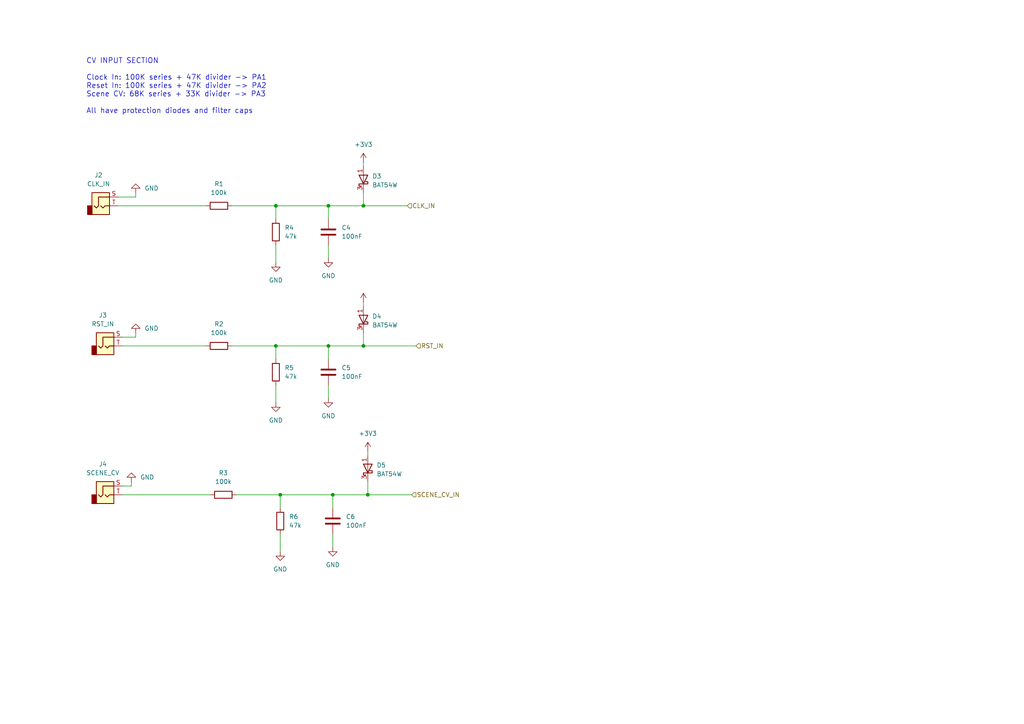
<source format=kicad_sch>
(kicad_sch (version 20250114) (generator "eeschema") (generator_version "9.0")
  (paper "A4")
  (title_block (title "SENGBARD - CV Inputs") (date "2025-01-26") (rev "0.1") (comment 1 "Clock, Reset, Scene CV Inputs") (comment 2 "Input protection and conditioning"))
  (lib_symbols
    (symbol "+3V3_1" (power) (pin_numbers (hide yes)) (pin_names (offset 0) (hide yes))
      (property "Value" "+3V3" (at 0 3.556 0))
      (symbol "+3V3_1_0_1"
        (polyline (pts (xy -0.762 1.27) (xy 0 2.54)))
        (polyline (pts (xy 0 2.54) (xy 0.762 1.27)))
        (polyline (pts (xy 0 0) (xy 0 2.54)))
      )
      (symbol "+3V3_1_1_1"
        (pin power_in line (at 0 0 90) (length 0) (name "~") (number "1"))
      )
    )
    (symbol "C_1" (pin_numbers (hide yes)) (pin_names (offset 0.254))
      (property "Reference" "C" (at 0.635 2.54 0))
      (property "Value" "C" (at 0.635 -2.54 0))
      (symbol "C_1_0_1"
        (polyline (pts (xy -2.032 0.762) (xy 2.032 0.762)) (stroke (width 0.508)))
        (polyline (pts (xy -2.032 -0.762) (xy 2.032 -0.762)) (stroke (width 0.508)))
      )
      (symbol "C_1_1_1"
        (pin passive line (at 0 3.81 270) (length 2.794) (name "~") (number "1"))
        (pin passive line (at 0 -3.81 90) (length 2.794) (name "~") (number "2"))
      )
    )
    (symbol "Connector_Audio:AudioJack2"
      (property "Reference" "J" (at 0 8.89 0))
      (property "Value" "AudioJack2" (at 0 6.35 0))
      (symbol "AudioJack2_0_1"
        (rectangle (start -3.81 0) (end -2.54 -2.54) (stroke (width 0.254)) (fill (type outline)))
        (rectangle (start -2.54 3.81) (end 2.54 -2.54) (stroke (width 0.254)) (fill (type background)))
        (polyline (pts (xy 0 0) (xy 0.635 -0.635) (xy 1.27 0) (xy 2.54 0)) (stroke (width 0.254)))
        (polyline (pts (xy 2.54 2.54) (xy -0.635 2.54) (xy -0.635 0) (xy -1.27 -0.635) (xy -1.905 0)) (stroke (width 0.254)))
      )
      (symbol "AudioJack2_1_1"
        (pin passive line (at 5.08 2.54 180) (length 2.54) (name "~") (number "S"))
        (pin passive line (at 5.08 0 180) (length 2.54) (name "~") (number "T"))
      )
    )
    (symbol "Diode:BAT54W" (pin_names (offset 1.016) (hide yes))
      (property "Reference" "D" (at 0 2.54 0))
      (property "Value" "BAT54W" (at 0 -2.54 0))
      (symbol "BAT54W_0_1"
        (polyline (pts (xy -1.905 0.635) (xy -1.905 1.27) (xy -1.27 1.27) (xy -1.27 -1.27) (xy -0.635 -1.27) (xy -0.635 -0.635)) (stroke (width 0.254)))
        (polyline (pts (xy 1.27 1.27) (xy 1.27 -1.27) (xy -1.27 0) (xy 1.27 1.27)) (stroke (width 0.254)))
        (polyline (pts (xy 1.27 0) (xy -1.27 0)))
      )
      (symbol "BAT54W_1_1"
        (pin passive line (at -3.81 0 0) (length 2.54) (name "K") (number "3"))
        (pin no_connect line (at 0 0 90) (length 2.54) (hide yes) (name "NC") (number "2"))
        (pin passive line (at 3.81 0 180) (length 2.54) (name "A") (number "1"))
      )
    )
    (symbol "GND_1" (power) (pin_numbers (hide yes)) (pin_names (offset 0) (hide yes))
      (property "Value" "GND" (at 0 -3.81 0))
      (symbol "GND_1_0_1"
        (polyline (pts (xy 0 0) (xy 0 -1.27) (xy 1.27 -1.27) (xy 0 -2.54) (xy -1.27 -1.27) (xy 0 -1.27)))
      )
      (symbol "GND_1_1_1"
        (pin power_in line (at 0 0 270) (length 0) (name "~") (number "1"))
      )
    )
    (symbol "GND_2" (power) (pin_numbers (hide yes)) (pin_names (offset 0) (hide yes))
      (property "Value" "GND" (at 0 -3.81 0))
      (symbol "GND_2_0_1"
        (polyline (pts (xy 0 0) (xy 0 -1.27) (xy 1.27 -1.27) (xy 0 -2.54) (xy -1.27 -1.27) (xy 0 -1.27)))
      )
      (symbol "GND_2_1_1"
        (pin power_in line (at 0 0 270) (length 0) (name "~") (number "1"))
      )
    )
    (symbol "GND_3" (power) (pin_numbers (hide yes)) (pin_names (offset 0) (hide yes))
      (property "Value" "GND" (at 0 -3.81 0))
      (symbol "GND_3_0_1"
        (polyline (pts (xy 0 0) (xy 0 -1.27) (xy 1.27 -1.27) (xy 0 -2.54) (xy -1.27 -1.27) (xy 0 -1.27)))
      )
      (symbol "GND_3_1_1"
        (pin power_in line (at 0 0 270) (length 0) (name "~") (number "1"))
      )
    )
    (symbol "R_1" (pin_numbers (hide yes)) (pin_names (offset 0))
      (property "Reference" "R" (at 2.032 0 90))
      (property "Value" "R" (at 0 0 90))
      (symbol "R_1_0_1"
        (rectangle (start -1.016 -2.54) (end 1.016 2.54) (stroke (width 0.254)))
      )
      (symbol "R_1_1_1"
        (pin passive line (at 0 3.81 270) (length 1.27) (name "~") (number "1"))
        (pin passive line (at 0 -3.81 90) (length 1.27) (name "~") (number "2"))
      )
    )
    (symbol "R_2" (pin_numbers (hide yes)) (pin_names (offset 0))
      (property "Reference" "R" (at 2.032 0 90))
      (property "Value" "R" (at 0 0 90))
      (symbol "R_2_0_1"
        (rectangle (start -1.016 -2.54) (end 1.016 2.54) (stroke (width 0.254)))
      )
      (symbol "R_2_1_1"
        (pin passive line (at 0 3.81 270) (length 1.27) (name "~") (number "1"))
        (pin passive line (at 0 -3.81 90) (length 1.27) (name "~") (number "2"))
      )
    )
  )
  (text "CV INPUT SECTION\n\nClock In: 100K series + 47K divider -> PA1\nReset In: 100K series + 47K divider -> PA2\nScene CV: 68K series + 33K divider -> PA3\n\nAll have protection diodes and filter caps" (at 25 25 0) (effects (font (size 1.5 1.5)) (justify left)))
  (junction (at 95.25 100.33))
  (junction (at 105.41 59.69))
  (junction (at 80.01 100.33))
  (junction (at 96.52 143.51))
  (junction (at 81.28 143.51))
  (junction (at 95.25 59.69))
  (junction (at 80.01 59.69))
  (junction (at 106.68 143.51))
  (junction (at 105.41 100.33))
  (wire (pts (xy 106.68 130.81) (xy 106.68 132.08)))
  (wire (pts (xy 39.37 97.79) (xy 35.56 97.79)))
  (wire (pts (xy 105.41 59.69) (xy 118.11 59.69)))
  (wire (pts (xy 105.41 46.99) (xy 105.41 48.26)))
  (wire (pts (xy 68.58 143.51) (xy 81.28 143.51)))
  (wire (pts (xy 39.37 57.15) (xy 34.29 57.15)))
  (wire (pts (xy 39.37 96.52) (xy 39.37 97.79)))
  (wire (pts (xy 38.1 140.97) (xy 35.56 140.97)))
  (wire (pts (xy 106.68 139.7) (xy 106.68 143.51)))
  (wire (pts (xy 95.25 111.76) (xy 95.25 115.57)))
  (wire (pts (xy 67.31 59.69) (xy 80.01 59.69)))
  (wire (pts (xy 95.25 59.69) (xy 105.41 59.69)))
  (wire (pts (xy 105.41 87.63) (xy 105.41 88.9)))
  (wire (pts (xy 81.28 147.32) (xy 81.28 143.51)))
  (wire (pts (xy 81.28 143.51) (xy 96.52 143.51)))
  (wire (pts (xy 38.1 139.7) (xy 38.1 140.97)))
  (wire (pts (xy 81.28 160.02) (xy 81.28 154.94)))
  (wire (pts (xy 67.31 100.33) (xy 80.01 100.33)))
  (wire (pts (xy 105.41 55.88) (xy 105.41 59.69)))
  (wire (pts (xy 96.52 154.94) (xy 96.52 158.75)))
  (wire (pts (xy 105.41 96.52) (xy 105.41 100.33)))
  (wire (pts (xy 35.56 100.33) (xy 59.69 100.33)))
  (wire (pts (xy 95.25 71.12) (xy 95.25 74.93)))
  (wire (pts (xy 80.01 104.14) (xy 80.01 100.33)))
  (wire (pts (xy 105.41 100.33) (xy 120.65 100.33)))
  (wire (pts (xy 96.52 147.32) (xy 96.52 143.51)))
  (wire (pts (xy 34.29 59.69) (xy 59.69 59.69)))
  (wire (pts (xy 80.01 116.84) (xy 80.01 111.76)))
  (wire (pts (xy 95.25 100.33) (xy 105.41 100.33)))
  (wire (pts (xy 80.01 63.5) (xy 80.01 59.69)))
  (wire (pts (xy 96.52 143.51) (xy 106.68 143.51)))
  (wire (pts (xy 39.37 55.88) (xy 39.37 57.15)))
  (wire (pts (xy 95.25 63.5) (xy 95.25 59.69)))
  (wire (pts (xy 80.01 59.69) (xy 95.25 59.69)))
  (wire (pts (xy 35.56 143.51) (xy 60.96 143.51)))
  (wire (pts (xy 95.25 104.14) (xy 95.25 100.33)))
  (wire (pts (xy 106.68 143.51) (xy 119.38 143.51)))
  (wire (pts (xy 80.01 100.33) (xy 95.25 100.33)))
  (wire (pts (xy 80.01 76.2) (xy 80.01 71.12)))
  (hierarchical_label "CLK_IN" (shape input) (at 118.11 59.69 0))
  (hierarchical_label "RST_IN" (shape input) (at 120.65 100.33 0))
  (hierarchical_label "SCENE_CV_IN" (shape input) (at 119.38 143.51 0))
  (symbol (lib_name "GND_1") (lib_id "power:GND") (at 95.25 74.93 0) (unit 1)
    (property "Reference" "#PWR050" (effects (hide yes)))
    (property "Value" "GND" (at 95.25 80.01 0))
    (property "Description" "Power symbol creates a global label with name \"GND\" , ground" (effects (hide yes)))
  )
  (symbol (lib_name "R_2") (lib_id "Device:R") (at 63.5 59.69 90) (unit 1)
    (property "Reference" "R1" (at 63.5 53.34 90))
    (property "Value" "100k" (at 63.5 55.88 90))
    (property "Footprint" "Resistor_SMD:R_0201_0603Metric_Pad0.64x0.40mm_HandSolder" (effects (hide yes)))
    (property "Description" "Resistor" (effects (hide yes)))
  )
  (symbol (lib_name "GND_1") (lib_id "power:GND") (at 95.25 115.57 0) (unit 1)
    (property "Reference" "#PWR047" (effects (hide yes)))
    (property "Value" "GND" (at 95.25 120.65 0))
    (property "Description" "Power symbol creates a global label with name \"GND\" , ground" (effects (hide yes)))
  )
  (symbol (lib_name "+3V3_1") (lib_id "power:+3V3") (at 106.68 130.81 0) (unit 1)
    (property "Reference" "#PWR041" (effects (hide yes)))
    (property "Value" "+3V3" (at 106.68 125.73 0))
    (property "Description" "Power symbol creates a global label with name \"+3V3\"" (effects (hide yes)))
  )
  (symbol (lib_name "GND_2") (lib_id "power:GND") (at 38.1 139.7 180) (unit 1)
    (property "Reference" "#PWR044" (effects (hide yes)))
    (property "Value" "GND" (at 40.64 138.4299 0) (effects (justify right)))
    (property "Description" "Power symbol creates a global label with name \"GND\" , ground" (effects (hide yes)))
  )
  (symbol (lib_id "Diode:BAT54W") (at 105.41 52.07 90) (unit 1)
    (property "Reference" "D3" (at 107.95 51.1174 90) (effects (justify right)))
    (property "Value" "BAT54W" (at 107.95 53.6574 90) (effects (justify right)))
    (property "Footprint" "Package_TO_SOT_SMD:SOT-323_SC-70" (effects (hide yes)))
    (property "Datasheet" "https://assets.nexperia.com/documents/data-sheet/BAT54W_SER.pdf" (effects (hide yes)))
    (property "Description" "Schottky barrier diode, SOT-323" (effects (hide yes)))
  )
  (symbol (lib_name "C_1") (lib_id "Device:C") (at 95.25 107.95 0) (unit 1)
    (property "Reference" "C5" (at 99.06 106.6799 0) (effects (justify left)))
    (property "Value" "100nF" (at 99.06 109.2199 0) (effects (justify left)))
    (property "Footprint" "Capacitor_SMD:C_0603_1608Metric" (effects (hide yes)))
    (property "Description" "Unpolarized capacitor" (effects (hide yes)))
  )
  (symbol (lib_name "GND_3") (lib_id "power:GND") (at 39.37 96.52 180) (unit 1)
    (property "Reference" "#PWR045" (effects (hide yes)))
    (property "Value" "GND" (at 41.91 95.2499 0) (effects (justify right)))
    (property "Description" "Power symbol creates a global label with name \"GND\" , ground" (effects (hide yes)))
  )
  (symbol (lib_name "GND_1") (lib_id "power:GND") (at 81.28 160.02 0) (unit 1)
    (property "Reference" "#PWR042" (effects (hide yes)))
    (property "Value" "GND" (at 81.28 165.1 0))
    (property "Description" "Power symbol creates a global label with name \"GND\" , ground" (effects (hide yes)))
  )
  (symbol (lib_name "GND_1") (lib_id "power:GND") (at 80.01 76.2 0) (unit 1)
    (property "Reference" "#PWR049" (effects (hide yes)))
    (property "Value" "GND" (at 80.01 81.28 0))
    (property "Description" "Power symbol creates a global label with name \"GND\" , ground" (effects (hide yes)))
  )
  (symbol (lib_name "GND_1") (lib_id "power:GND") (at 96.52 158.75 0) (unit 1)
    (property "Reference" "#PWR043" (effects (hide yes)))
    (property "Value" "GND" (at 96.52 163.83 0))
    (property "Description" "Power symbol creates a global label with name \"GND\" , ground" (effects (hide yes)))
  )
  (symbol (lib_id "Connector_Audio:AudioJack2") (at 29.21 59.69 0) (unit 1)
    (property "Reference" "J2" (at 28.575 50.8 0))
    (property "Value" "CLK_IN" (at 28.575 53.34 0))
    (property "Footprint" "Connector_Audio:Jack_3.5mm_QingPu_WQP-PJ398SM_Vertical_CircularHoles" (effects (hide yes)))
    (property "Description" "Audio Jack, 2 Poles (Mono / TS)" (effects (hide yes)))
  )
  (symbol (lib_name "+3V3_1") (lib_id "power:+3V3") (at 105.41 87.63 0) (unit 1)
    (property "Reference" "#PWR048" (effects (hide yes)))
    (property "Value" "+3V3" (effects (hide yes)))
    (property "Description" "Power symbol creates a global label with name \"+3V3\"" (effects (hide yes)))
  )
  (symbol (lib_id "Connector_Audio:AudioJack2") (at 30.48 143.51 0) (unit 1)
    (property "Reference" "J4" (at 29.845 134.62 0))
    (property "Value" "SCENE_CV" (at 29.845 137.16 0))
    (property "Footprint" "Connector_Audio:Jack_3.5mm_QingPu_WQP-PJ398SM_Vertical_CircularHoles" (effects (hide yes)))
    (property "Description" "Audio Jack, 2 Poles (Mono / TS)" (effects (hide yes)))
  )
  (symbol (lib_name "R_1") (lib_id "Device:R") (at 81.28 151.13 0) (unit 1)
    (property "Reference" "R6" (at 83.82 149.8599 0) (effects (justify left)))
    (property "Value" "47k" (at 83.82 152.3999 0) (effects (justify left)))
    (property "Footprint" "Resistor_SMD:R_0201_0603Metric_Pad0.64x0.40mm_HandSolder" (effects (hide yes)))
    (property "Description" "Resistor" (effects (hide yes)))
  )
  (symbol (lib_name "C_1") (lib_id "Device:C") (at 95.25 67.31 0) (unit 1)
    (property "Reference" "C4" (at 99.06 66.0399 0) (effects (justify left)))
    (property "Value" "100nF" (at 99.06 68.5799 0) (effects (justify left)))
    (property "Footprint" "Capacitor_SMD:C_0603_1608Metric" (effects (hide yes)))
    (property "Description" "Unpolarized capacitor" (effects (hide yes)))
  )
  (symbol (lib_name "R_1") (lib_id "Device:R") (at 80.01 67.31 0) (unit 1)
    (property "Reference" "R4" (at 82.55 66.0399 0) (effects (justify left)))
    (property "Value" "47k" (at 82.55 68.5799 0) (effects (justify left)))
    (property "Footprint" "Resistor_SMD:R_0201_0603Metric_Pad0.64x0.40mm_HandSolder" (effects (hide yes)))
    (property "Description" "Resistor" (effects (hide yes)))
  )
  (symbol (lib_name "R_2") (lib_id "Device:R") (at 64.77 143.51 90) (unit 1)
    (property "Reference" "R3" (at 64.77 137.16 90))
    (property "Value" "100k" (at 64.77 139.7 90))
    (property "Footprint" "Resistor_SMD:R_0201_0603Metric_Pad0.64x0.40mm_HandSolder" (effects (hide yes)))
    (property "Description" "Resistor" (effects (hide yes)))
  )
  (symbol (lib_name "C_1") (lib_id "Device:C") (at 96.52 151.13 0) (unit 1)
    (property "Reference" "C6" (at 100.33 149.8599 0) (effects (justify left)))
    (property "Value" "100nF" (at 100.33 152.3999 0) (effects (justify left)))
    (property "Footprint" "Capacitor_SMD:C_0603_1608Metric" (effects (hide yes)))
    (property "Description" "Unpolarized capacitor" (effects (hide yes)))
  )
  (symbol (lib_name "GND_1") (lib_id "power:GND") (at 80.01 116.84 0) (unit 1)
    (property "Reference" "#PWR046" (effects (hide yes)))
    (property "Value" "GND" (at 80.01 121.92 0))
    (property "Description" "Power symbol creates a global label with name \"GND\" , ground" (effects (hide yes)))
  )
  (symbol (lib_id "Diode:BAT54W") (at 105.41 92.71 90) (unit 1)
    (property "Reference" "D4" (at 107.95 91.7574 90) (effects (justify right)))
    (property "Value" "BAT54W" (at 107.95 94.2974 90) (effects (justify right)))
    (property "Footprint" "Package_TO_SOT_SMD:SOT-323_SC-70" (effects (hide yes)))
    (property "Datasheet" "https://assets.nexperia.com/documents/data-sheet/BAT54W_SER.pdf" (effects (hide yes)))
    (property "Description" "Schottky barrier diode, SOT-323" (effects (hide yes)))
  )
  (symbol (lib_id "Diode:BAT54W") (at 106.68 135.89 90) (unit 1)
    (property "Reference" "D5" (at 109.22 134.9374 90) (effects (justify right)))
    (property "Value" "BAT54W" (at 109.22 137.4774 90) (effects (justify right)))
    (property "Footprint" "Package_TO_SOT_SMD:SOT-323_SC-70" (effects (hide yes)))
    (property "Datasheet" "https://assets.nexperia.com/documents/data-sheet/BAT54W_SER.pdf" (effects (hide yes)))
    (property "Description" "Schottky barrier diode, SOT-323" (effects (hide yes)))
  )
  (symbol (lib_id "Connector_Audio:AudioJack2") (at 30.48 100.33 0) (unit 1)
    (property "Reference" "J3" (at 29.845 91.44 0))
    (property "Value" "RST_IN" (at 29.845 93.98 0))
    (property "Footprint" "Connector_Audio:Jack_3.5mm_QingPu_WQP-PJ398SM_Vertical_CircularHoles" (effects (hide yes)))
    (property "Description" "Audio Jack, 2 Poles (Mono / TS)" (effects (hide yes)))
  )
  (symbol (lib_name "+3V3_1") (lib_id "power:+3V3") (at 105.41 46.99 0) (unit 1)
    (property "Reference" "#PWR051" (effects (hide yes)))
    (property "Value" "+3V3" (at 105.41 41.91 0))
    (property "Description" "Power symbol creates a global label with name \"+3V3\"" (effects (hide yes)))
  )
  (symbol (lib_name "R_1") (lib_id "Device:R") (at 80.01 107.95 0) (unit 1)
    (property "Reference" "R5" (at 82.55 106.6799 0) (effects (justify left)))
    (property "Value" "47k" (at 82.55 109.2199 0) (effects (justify left)))
    (property "Footprint" "Resistor_SMD:R_0201_0603Metric_Pad0.64x0.40mm_HandSolder" (effects (hide yes)))
    (property "Description" "Resistor" (effects (hide yes)))
  )
  (symbol (lib_name "R_2") (lib_id "Device:R") (at 63.5 100.33 90) (unit 1)
    (property "Reference" "R2" (at 63.5 93.98 90))
    (property "Value" "100k" (at 63.5 96.52 90))
    (property "Footprint" "Resistor_SMD:R_0201_0603Metric_Pad0.64x0.40mm_HandSolder" (effects (hide yes)))
    (property "Description" "Resistor" (effects (hide yes)))
  )
  (symbol (lib_name "GND_1") (lib_id "power:GND") (at 39.37 55.88 180) (unit 1)
    (property "Reference" "#PWR052" (effects (hide yes)))
    (property "Value" "GND" (at 41.91 54.6099 0) (effects (justify right)))
    (property "Description" "Power symbol creates a global label with name \"GND\" , ground" (effects (hide yes)))
  )
)
</source>
